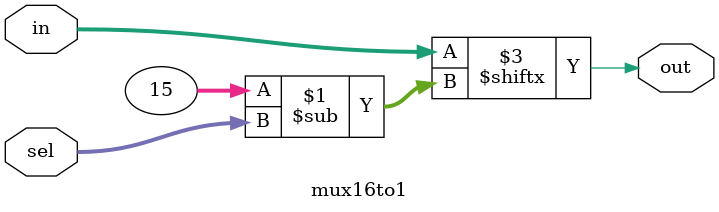
<source format=v>
`timescale 1ns / 1ps


module mux16to1 (
    input [0:15] in,
    input [0:3] sel,
    output out
);
    assign out = in[sel];
    
endmodule

</source>
